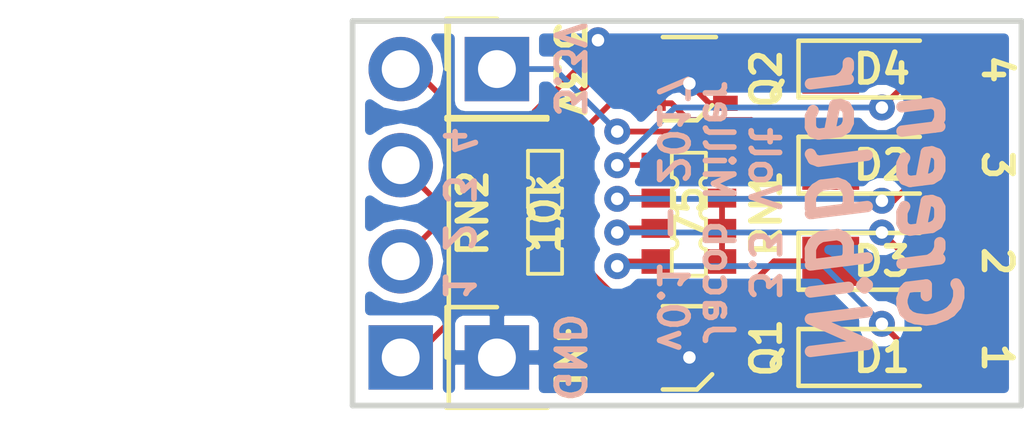
<source format=kicad_pcb>
(kicad_pcb (version 4) (host pcbnew 4.0.6)

  (general
    (links 24)
    (no_connects 0)
    (area 137.989599 100.6726 165.175001 112.975401)
    (thickness 1.6002)
    (drawings 18)
    (tracks 111)
    (zones 0)
    (modules 11)
    (nets 19)
  )

  (page A4)
  (layers
    (0 F.Cu signal)
    (31 B.Cu signal)
    (33 F.Adhes user)
    (34 B.Paste user)
    (35 F.Paste user)
    (36 B.SilkS user)
    (37 F.SilkS user)
    (38 B.Mask user)
    (39 F.Mask user)
    (40 Dwgs.User user)
    (41 Cmts.User user)
    (42 Eco1.User user)
    (43 Eco2.User user)
    (44 Edge.Cuts user)
    (45 Margin user)
    (47 F.CrtYd user)
    (49 F.Fab user)
  )

  (setup
    (last_trace_width 0.1524)
    (trace_clearance 0.1524)
    (zone_clearance 0.254)
    (zone_45_only no)
    (trace_min 0.1524)
    (segment_width 0.2)
    (edge_width 0.15)
    (via_size 0.6858)
    (via_drill 0.3302)
    (via_min_size 0.6858)
    (via_min_drill 0.3302)
    (uvia_size 0.762)
    (uvia_drill 0.508)
    (uvias_allowed no)
    (uvia_min_size 0.2)
    (uvia_min_drill 0.1)
    (pcb_text_width 0.3)
    (pcb_text_size 1.5 1.5)
    (mod_edge_width 0.15)
    (mod_text_size 1 1)
    (mod_text_width 0.15)
    (pad_size 1.524 1.524)
    (pad_drill 0.762)
    (pad_to_mask_clearance 0.2)
    (aux_axis_origin 0 0)
    (grid_origin 148.717 110.998)
    (visible_elements 7FFFFFFF)
    (pcbplotparams
      (layerselection 0x00030_80000001)
      (usegerberextensions false)
      (excludeedgelayer true)
      (linewidth 0.150000)
      (plotframeref false)
      (viasonmask false)
      (mode 1)
      (useauxorigin false)
      (hpglpennumber 1)
      (hpglpenspeed 20)
      (hpglpendiameter 15)
      (hpglpenoverlay 2)
      (psnegative false)
      (psa4output false)
      (plotreference true)
      (plotvalue true)
      (plotinvisibletext false)
      (padsonsilk false)
      (subtractmaskfromsilk false)
      (outputformat 1)
      (mirror false)
      (drillshape 1)
      (scaleselection 1)
      (outputdirectory ""))
  )

  (net 0 "")
  (net 1 GNDREF)
  (net 2 /Q1D1)
  (net 3 /Q2D1)
  (net 4 /Q1D2)
  (net 5 /Q2D2)
  (net 6 /Q1G2)
  (net 7 /Q1G1)
  (net 8 /Q2G2)
  (net 9 /Q2G1)
  (net 10 /LED1)
  (net 11 /LED3)
  (net 12 /LED2)
  (net 13 /LED4)
  (net 14 /IN1)
  (net 15 /IN2)
  (net 16 /IN3)
  (net 17 /IN4)
  (net 18 "Net-(J2-Pad1)")

  (net_class Default "This is the default net class."
    (clearance 0.1524)
    (trace_width 0.1524)
    (via_dia 0.6858)
    (via_drill 0.3302)
    (uvia_dia 0.762)
    (uvia_drill 0.508)
    (add_net /IN1)
    (add_net /IN2)
    (add_net /IN3)
    (add_net /IN4)
    (add_net /LED1)
    (add_net /LED2)
    (add_net /LED3)
    (add_net /LED4)
    (add_net /Q1D1)
    (add_net /Q1D2)
    (add_net /Q1G1)
    (add_net /Q1G2)
    (add_net /Q2D1)
    (add_net /Q2D2)
    (add_net /Q2G1)
    (add_net /Q2G2)
    (add_net GNDREF)
    (add_net "Net-(J2-Pad1)")
  )

  (module Pin_Header_Angled_1x04_Pitch2.54mm (layer F.Cu) (tedit 597BEE75) (tstamp 59795891)
    (at 148.717 110.998 180)
    (descr "Through hole angled pin header, 1x04, 2.54mm pitch, 6mm pin length, single row")
    (tags "Through hole angled pin header THT 1x04 2.54mm single row")
    (path /59796FBF)
    (fp_text reference J1 (at 0 9.398 180) (layer F.SilkS) hide
      (effects (font (size 1 1) (thickness 0.15)))
    )
    (fp_text value CONN_01X04 (at 2 4 270) (layer F.Fab)
      (effects (font (size 1 1) (thickness 0.15)))
    )
    (fp_line (start -0.615 -1.27) (end 1.27 -1.27) (layer F.Fab) (width 0.1))
    (fp_line (start 1.27 -1.27) (end 1.27 8.89) (layer F.Fab) (width 0.1))
    (fp_line (start 1.27 8.89) (end -1.27 8.89) (layer F.Fab) (width 0.1))
    (fp_line (start -1.27 8.89) (end -1.27 -0.635) (layer F.Fab) (width 0.1))
    (fp_line (start -1.27 -0.635) (end -0.615 -1.27) (layer F.Fab) (width 0.1))
    (fp_line (start -0.32 -0.32) (end -0.32 0.32) (layer F.Fab) (width 0.1))
    (fp_line (start -0.32 2.22) (end -0.32 2.86) (layer F.Fab) (width 0.1))
    (fp_line (start -0.32 4.76) (end -0.32 5.4) (layer F.Fab) (width 0.1))
    (fp_line (start -0.32 7.3) (end -0.32 7.94) (layer F.Fab) (width 0.1))
    (fp_line (start -1.27 -1.2446) (end -1.27 8.89) (layer F.SilkS) (width 0.12))
    (fp_line (start -1.27 8.89) (end 1.27 8.89) (layer F.SilkS) (width 0.12))
    (fp_line (start 1.27 8.89) (end 1.27 -1.27) (layer F.SilkS) (width 0.12))
    (fp_line (start 1.27 -1.27) (end -1.27 -1.27) (layer F.SilkS) (width 0.12))
    (fp_line (start -1.8 -1.8) (end -1.8 9.4) (layer F.CrtYd) (width 0.05))
    (fp_line (start -1.8 9.4) (end 10.55 9.4) (layer F.CrtYd) (width 0.05))
    (fp_line (start 10.55 9.4) (end 10.55 -1.8) (layer F.CrtYd) (width 0.05))
    (fp_line (start 10.55 -1.8) (end -1.8 -1.8) (layer F.CrtYd) (width 0.05))
    (pad 1 thru_hole rect (at 0 0 180) (size 1.7 1.7) (drill 1) (layers *.Cu *.Mask)
      (net 14 /IN1))
    (pad 2 thru_hole oval (at 0 2.54 180) (size 1.7 1.7) (drill 1) (layers *.Cu *.Mask)
      (net 15 /IN2))
    (pad 3 thru_hole oval (at 0 5.08 180) (size 1.7 1.7) (drill 1) (layers *.Cu *.Mask)
      (net 16 /IN3))
    (pad 4 thru_hole oval (at 0 7.62 180) (size 1.7 1.7) (drill 1) (layers *.Cu *.Mask)
      (net 17 /IN4))
    (model ${KISYS3DMOD}/Pin_Headers.3dshapes/Pin_Header_Angled_1x04_Pitch2.54mm.wrl
      (at (xyz 0 0 0))
      (scale (xyz 1 1 1))
      (rotate (xyz 0 0 0))
    )
  )

  (module LEDs:LED_0805_HandSoldering (layer F.Cu) (tedit 595FCA25) (tstamp 597951F2)
    (at 161.417 110.998)
    (descr "Resistor SMD 0805, hand soldering")
    (tags "resistor 0805")
    (path /59794F60)
    (attr smd)
    (fp_text reference D1 (at 0 0) (layer F.SilkS)
      (effects (font (size 0.75 0.75) (thickness 0.15)))
    )
    (fp_text value Green (at 0 -0.127) (layer F.Fab)
      (effects (font (size 0.75 0.75) (thickness 0.15)))
    )
    (fp_line (start -0.4 -0.4) (end -0.4 0.4) (layer F.Fab) (width 0.1))
    (fp_line (start -0.4 0) (end 0.2 -0.4) (layer F.Fab) (width 0.1))
    (fp_line (start 0.2 0.4) (end -0.4 0) (layer F.Fab) (width 0.1))
    (fp_line (start 0.2 -0.4) (end 0.2 0.4) (layer F.Fab) (width 0.1))
    (fp_line (start -1 0.62) (end -1 -0.62) (layer F.Fab) (width 0.1))
    (fp_line (start 1 0.62) (end -1 0.62) (layer F.Fab) (width 0.1))
    (fp_line (start 1 -0.62) (end 1 0.62) (layer F.Fab) (width 0.1))
    (fp_line (start -1 -0.62) (end 1 -0.62) (layer F.Fab) (width 0.1))
    (fp_line (start 1 0.75) (end -2.2 0.75) (layer F.SilkS) (width 0.12))
    (fp_line (start -2.2 -0.75) (end 1 -0.75) (layer F.SilkS) (width 0.12))
    (fp_line (start -2.35 -0.9) (end 2.35 -0.9) (layer F.CrtYd) (width 0.05))
    (fp_line (start -2.35 -0.9) (end -2.35 0.9) (layer F.CrtYd) (width 0.05))
    (fp_line (start 2.35 0.9) (end 2.35 -0.9) (layer F.CrtYd) (width 0.05))
    (fp_line (start 2.35 0.9) (end -2.35 0.9) (layer F.CrtYd) (width 0.05))
    (fp_line (start -2.2 -0.75) (end -2.2 0.75) (layer F.SilkS) (width 0.12))
    (pad 1 smd rect (at -1.35 0) (size 1.5 1.3) (layers F.Cu F.Paste F.Mask)
      (net 2 /Q1D1))
    (pad 2 smd rect (at 1.35 0) (size 1.5 1.3) (layers F.Cu F.Paste F.Mask)
      (net 10 /LED1))
    (model ${KISYS3DMOD}/LEDs.3dshapes/LED_0805.wrl
      (at (xyz 0 0 0))
      (scale (xyz 1 1 1))
      (rotate (xyz 0 0 0))
    )
  )

  (module LEDs:LED_0805_HandSoldering (layer F.Cu) (tedit 595FCA25) (tstamp 597951F8)
    (at 161.417 105.918)
    (descr "Resistor SMD 0805, hand soldering")
    (tags "resistor 0805")
    (path /59794F6C)
    (attr smd)
    (fp_text reference D2 (at 0 0) (layer F.SilkS)
      (effects (font (size 0.75 0.75) (thickness 0.15)))
    )
    (fp_text value Green (at 0 0) (layer F.Fab)
      (effects (font (size 0.75 0.75) (thickness 0.15)))
    )
    (fp_line (start -0.4 -0.4) (end -0.4 0.4) (layer F.Fab) (width 0.1))
    (fp_line (start -0.4 0) (end 0.2 -0.4) (layer F.Fab) (width 0.1))
    (fp_line (start 0.2 0.4) (end -0.4 0) (layer F.Fab) (width 0.1))
    (fp_line (start 0.2 -0.4) (end 0.2 0.4) (layer F.Fab) (width 0.1))
    (fp_line (start -1 0.62) (end -1 -0.62) (layer F.Fab) (width 0.1))
    (fp_line (start 1 0.62) (end -1 0.62) (layer F.Fab) (width 0.1))
    (fp_line (start 1 -0.62) (end 1 0.62) (layer F.Fab) (width 0.1))
    (fp_line (start -1 -0.62) (end 1 -0.62) (layer F.Fab) (width 0.1))
    (fp_line (start 1 0.75) (end -2.2 0.75) (layer F.SilkS) (width 0.12))
    (fp_line (start -2.2 -0.75) (end 1 -0.75) (layer F.SilkS) (width 0.12))
    (fp_line (start -2.35 -0.9) (end 2.35 -0.9) (layer F.CrtYd) (width 0.05))
    (fp_line (start -2.35 -0.9) (end -2.35 0.9) (layer F.CrtYd) (width 0.05))
    (fp_line (start 2.35 0.9) (end 2.35 -0.9) (layer F.CrtYd) (width 0.05))
    (fp_line (start 2.35 0.9) (end -2.35 0.9) (layer F.CrtYd) (width 0.05))
    (fp_line (start -2.2 -0.75) (end -2.2 0.75) (layer F.SilkS) (width 0.12))
    (pad 1 smd rect (at -1.35 0) (size 1.5 1.3) (layers F.Cu F.Paste F.Mask)
      (net 3 /Q2D1))
    (pad 2 smd rect (at 1.35 0) (size 1.5 1.3) (layers F.Cu F.Paste F.Mask)
      (net 11 /LED3))
    (model ${KISYS3DMOD}/LEDs.3dshapes/LED_0805.wrl
      (at (xyz 0 0 0))
      (scale (xyz 1 1 1))
      (rotate (xyz 0 0 0))
    )
  )

  (module LEDs:LED_0805_HandSoldering (layer F.Cu) (tedit 595FCA25) (tstamp 597951FE)
    (at 161.417 108.458)
    (descr "Resistor SMD 0805, hand soldering")
    (tags "resistor 0805")
    (path /59794F62)
    (attr smd)
    (fp_text reference D3 (at 0 0) (layer F.SilkS)
      (effects (font (size 0.75 0.75) (thickness 0.15)))
    )
    (fp_text value Green (at 0 1.75) (layer F.Fab)
      (effects (font (size 0.75 0.75) (thickness 0.15)))
    )
    (fp_line (start -0.4 -0.4) (end -0.4 0.4) (layer F.Fab) (width 0.1))
    (fp_line (start -0.4 0) (end 0.2 -0.4) (layer F.Fab) (width 0.1))
    (fp_line (start 0.2 0.4) (end -0.4 0) (layer F.Fab) (width 0.1))
    (fp_line (start 0.2 -0.4) (end 0.2 0.4) (layer F.Fab) (width 0.1))
    (fp_line (start -1 0.62) (end -1 -0.62) (layer F.Fab) (width 0.1))
    (fp_line (start 1 0.62) (end -1 0.62) (layer F.Fab) (width 0.1))
    (fp_line (start 1 -0.62) (end 1 0.62) (layer F.Fab) (width 0.1))
    (fp_line (start -1 -0.62) (end 1 -0.62) (layer F.Fab) (width 0.1))
    (fp_line (start 1 0.75) (end -2.2 0.75) (layer F.SilkS) (width 0.12))
    (fp_line (start -2.2 -0.75) (end 1 -0.75) (layer F.SilkS) (width 0.12))
    (fp_line (start -2.35 -0.9) (end 2.35 -0.9) (layer F.CrtYd) (width 0.05))
    (fp_line (start -2.35 -0.9) (end -2.35 0.9) (layer F.CrtYd) (width 0.05))
    (fp_line (start 2.35 0.9) (end 2.35 -0.9) (layer F.CrtYd) (width 0.05))
    (fp_line (start 2.35 0.9) (end -2.35 0.9) (layer F.CrtYd) (width 0.05))
    (fp_line (start -2.2 -0.75) (end -2.2 0.75) (layer F.SilkS) (width 0.12))
    (pad 1 smd rect (at -1.35 0) (size 1.5 1.3) (layers F.Cu F.Paste F.Mask)
      (net 4 /Q1D2))
    (pad 2 smd rect (at 1.35 0) (size 1.5 1.3) (layers F.Cu F.Paste F.Mask)
      (net 12 /LED2))
    (model ${KISYS3DMOD}/LEDs.3dshapes/LED_0805.wrl
      (at (xyz 0 0 0))
      (scale (xyz 1 1 1))
      (rotate (xyz 0 0 0))
    )
  )

  (module LEDs:LED_0805_HandSoldering (layer F.Cu) (tedit 595FCA25) (tstamp 59795204)
    (at 161.417 103.378)
    (descr "Resistor SMD 0805, hand soldering")
    (tags "resistor 0805")
    (path /59794F6E)
    (attr smd)
    (fp_text reference D4 (at 0 0) (layer F.SilkS)
      (effects (font (size 0.75 0.75) (thickness 0.15)))
    )
    (fp_text value Green (at 0 0) (layer F.Fab)
      (effects (font (size 0.75 0.75) (thickness 0.15)))
    )
    (fp_line (start -0.4 -0.4) (end -0.4 0.4) (layer F.Fab) (width 0.1))
    (fp_line (start -0.4 0) (end 0.2 -0.4) (layer F.Fab) (width 0.1))
    (fp_line (start 0.2 0.4) (end -0.4 0) (layer F.Fab) (width 0.1))
    (fp_line (start 0.2 -0.4) (end 0.2 0.4) (layer F.Fab) (width 0.1))
    (fp_line (start -1 0.62) (end -1 -0.62) (layer F.Fab) (width 0.1))
    (fp_line (start 1 0.62) (end -1 0.62) (layer F.Fab) (width 0.1))
    (fp_line (start 1 -0.62) (end 1 0.62) (layer F.Fab) (width 0.1))
    (fp_line (start -1 -0.62) (end 1 -0.62) (layer F.Fab) (width 0.1))
    (fp_line (start 1 0.75) (end -2.2 0.75) (layer F.SilkS) (width 0.12))
    (fp_line (start -2.2 -0.75) (end 1 -0.75) (layer F.SilkS) (width 0.12))
    (fp_line (start -2.35 -0.9) (end 2.35 -0.9) (layer F.CrtYd) (width 0.05))
    (fp_line (start -2.35 -0.9) (end -2.35 0.9) (layer F.CrtYd) (width 0.05))
    (fp_line (start 2.35 0.9) (end 2.35 -0.9) (layer F.CrtYd) (width 0.05))
    (fp_line (start 2.35 0.9) (end -2.35 0.9) (layer F.CrtYd) (width 0.05))
    (fp_line (start -2.2 -0.75) (end -2.2 0.75) (layer F.SilkS) (width 0.12))
    (pad 1 smd rect (at -1.35 0) (size 1.5 1.3) (layers F.Cu F.Paste F.Mask)
      (net 5 /Q2D2))
    (pad 2 smd rect (at 1.35 0) (size 1.5 1.3) (layers F.Cu F.Paste F.Mask)
      (net 13 /LED4))
    (model ${KISYS3DMOD}/LEDs.3dshapes/LED_0805.wrl
      (at (xyz 0 0 0))
      (scale (xyz 1 1 1))
      (rotate (xyz 0 0 0))
    )
  )

  (module Project-Local:YC164-JR-0775RL (layer F.Cu) (tedit 597B1D2C) (tstamp 59795238)
    (at 156.323 107.188 180)
    (path /59794F72)
    (fp_text reference RN1 (at -2.046 0 450) (layer F.SilkS)
      (effects (font (size 0.75 0.75) (thickness 0.15)))
    )
    (fp_text value 75 (at 0 0 270) (layer F.SilkS)
      (effects (font (size 0.75 0.75) (thickness 0.15)))
    )
    (fp_arc (start -0.45 -0.8) (end -0.45 -0.95) (angle 180) (layer F.SilkS) (width 0.1))
    (fp_line (start -1.5 2) (end -1.5 -2) (layer F.CrtYd) (width 0.05))
    (fp_line (start 1.5 2) (end -1.5 2) (layer F.CrtYd) (width 0.05))
    (fp_line (start 1.5 -2) (end 1.5 2) (layer F.CrtYd) (width 0.05))
    (fp_line (start -1.5 -2) (end 1.5 -2) (layer F.CrtYd) (width 0.05))
    (fp_line (start 0.45 -1.65) (end 0.45 -0.95) (layer F.SilkS) (width 0.1))
    (fp_line (start -0.45 1.6) (end 0.45 1.6) (layer F.SilkS) (width 0.1))
    (fp_line (start -0.45 -1.65) (end 0.45 -1.65) (layer F.SilkS) (width 0.1))
    (fp_line (start -0.45 -1.65) (end -0.45 -0.95) (layer F.SilkS) (width 0.1))
    (fp_arc (start 0.45 -0.8) (end 0.45 -0.65) (angle 180) (layer F.SilkS) (width 0.1))
    (fp_line (start -0.45 -0.65) (end -0.45 -0.15) (layer F.SilkS) (width 0.1))
    (fp_arc (start -0.45 0) (end -0.45 -0.15) (angle 180) (layer F.SilkS) (width 0.1))
    (fp_line (start -0.45 0.15) (end -0.45 0.65) (layer F.SilkS) (width 0.1))
    (fp_arc (start -0.45 0.8) (end -0.45 0.65) (angle 180) (layer F.SilkS) (width 0.1))
    (fp_line (start -0.45 0.95) (end -0.45 1.6) (layer F.SilkS) (width 0.1))
    (fp_line (start 0.45 -0.65) (end 0.45 -0.15) (layer F.SilkS) (width 0.1))
    (fp_line (start 0.45 0.15) (end 0.45 0.65) (layer F.SilkS) (width 0.1))
    (fp_arc (start 0.45 0) (end 0.45 0.15) (angle 180) (layer F.SilkS) (width 0.1))
    (fp_line (start 0.45 0.95) (end 0.45 1.6) (layer F.SilkS) (width 0.1))
    (fp_arc (start 0.45 0.8) (end 0.45 0.95) (angle 180) (layer F.SilkS) (width 0.1))
    (pad 1 smd rect (at -0.875 -1.275 180) (size 0.75 0.65) (layers F.Cu F.Paste F.Mask)
      (net 18 "Net-(J2-Pad1)"))
    (pad 2 smd rect (at -0.875 -0.4 180) (size 0.75 0.5) (layers F.Cu F.Paste F.Mask)
      (net 18 "Net-(J2-Pad1)"))
    (pad 3 smd rect (at -0.875 0.4 180) (size 0.75 0.5) (layers F.Cu F.Paste F.Mask)
      (net 18 "Net-(J2-Pad1)"))
    (pad 4 smd rect (at -0.875 1.275 180) (size 0.75 0.65) (layers F.Cu F.Paste F.Mask)
      (net 18 "Net-(J2-Pad1)"))
    (pad 5 smd rect (at 0.875 1.275 180) (size 0.75 0.65) (layers F.Cu F.Paste F.Mask)
      (net 13 /LED4))
    (pad 6 smd rect (at 0.875 0.4 180) (size 0.75 0.5) (layers F.Cu F.Paste F.Mask)
      (net 11 /LED3))
    (pad 7 smd rect (at 0.875 -0.4 180) (size 0.75 0.5) (layers F.Cu F.Paste F.Mask)
      (net 12 /LED2))
    (pad 8 smd rect (at 0.875 -1.275 180) (size 0.75 0.65) (layers F.Cu F.Paste F.Mask)
      (net 10 /LED1))
    (model Resistors_SMD.3dshapes/R_Array_Convex_4x0603.wrl
      (at (xyz 0 0 0))
      (scale (xyz 1 1 1))
      (rotate (xyz 0 0 0))
    )
  )

  (module Project-Local:YC164-JR-0775RL (layer F.Cu) (tedit 597B1D20) (tstamp 59795258)
    (at 152.527 107.188)
    (path /59794F71)
    (fp_text reference RN2 (at -1.905 0 90) (layer F.SilkS)
      (effects (font (size 0.75 0.75) (thickness 0.15)))
    )
    (fp_text value 10k (at 0 0 90) (layer F.SilkS)
      (effects (font (size 0.75 0.75) (thickness 0.15)))
    )
    (fp_arc (start -0.45 -0.8) (end -0.45 -0.95) (angle 180) (layer F.SilkS) (width 0.1))
    (fp_line (start -1.5 2) (end -1.5 -2) (layer F.CrtYd) (width 0.05))
    (fp_line (start 1.5 2) (end -1.5 2) (layer F.CrtYd) (width 0.05))
    (fp_line (start 1.5 -2) (end 1.5 2) (layer F.CrtYd) (width 0.05))
    (fp_line (start -1.5 -2) (end 1.5 -2) (layer F.CrtYd) (width 0.05))
    (fp_line (start 0.45 -1.65) (end 0.45 -0.95) (layer F.SilkS) (width 0.1))
    (fp_line (start -0.45 1.6) (end 0.45 1.6) (layer F.SilkS) (width 0.1))
    (fp_line (start -0.45 -1.65) (end 0.45 -1.65) (layer F.SilkS) (width 0.1))
    (fp_line (start -0.45 -1.65) (end -0.45 -0.95) (layer F.SilkS) (width 0.1))
    (fp_arc (start 0.45 -0.8) (end 0.45 -0.65) (angle 180) (layer F.SilkS) (width 0.1))
    (fp_line (start -0.45 -0.65) (end -0.45 -0.15) (layer F.SilkS) (width 0.1))
    (fp_arc (start -0.45 0) (end -0.45 -0.15) (angle 180) (layer F.SilkS) (width 0.1))
    (fp_line (start -0.45 0.15) (end -0.45 0.65) (layer F.SilkS) (width 0.1))
    (fp_arc (start -0.45 0.8) (end -0.45 0.65) (angle 180) (layer F.SilkS) (width 0.1))
    (fp_line (start -0.45 0.95) (end -0.45 1.6) (layer F.SilkS) (width 0.1))
    (fp_line (start 0.45 -0.65) (end 0.45 -0.15) (layer F.SilkS) (width 0.1))
    (fp_line (start 0.45 0.15) (end 0.45 0.65) (layer F.SilkS) (width 0.1))
    (fp_arc (start 0.45 0) (end 0.45 0.15) (angle 180) (layer F.SilkS) (width 0.1))
    (fp_line (start 0.45 0.95) (end 0.45 1.6) (layer F.SilkS) (width 0.1))
    (fp_arc (start 0.45 0.8) (end 0.45 0.95) (angle 180) (layer F.SilkS) (width 0.1))
    (pad 1 smd rect (at -0.875 -1.275) (size 0.75 0.65) (layers F.Cu F.Paste F.Mask)
      (net 17 /IN4))
    (pad 2 smd rect (at -0.875 -0.4) (size 0.75 0.5) (layers F.Cu F.Paste F.Mask)
      (net 16 /IN3))
    (pad 3 smd rect (at -0.875 0.4) (size 0.75 0.5) (layers F.Cu F.Paste F.Mask)
      (net 15 /IN2))
    (pad 4 smd rect (at -0.875 1.275) (size 0.75 0.65) (layers F.Cu F.Paste F.Mask)
      (net 14 /IN1))
    (pad 5 smd rect (at 0.875 1.275) (size 0.75 0.65) (layers F.Cu F.Paste F.Mask)
      (net 7 /Q1G1))
    (pad 6 smd rect (at 0.875 0.4) (size 0.75 0.5) (layers F.Cu F.Paste F.Mask)
      (net 6 /Q1G2))
    (pad 7 smd rect (at 0.875 -0.4) (size 0.75 0.5) (layers F.Cu F.Paste F.Mask)
      (net 9 /Q2G1))
    (pad 8 smd rect (at 0.875 -1.275) (size 0.75 0.65) (layers F.Cu F.Paste F.Mask)
      (net 8 /Q2G2))
    (model Resistors_SMD.3dshapes/R_Array_Convex_4x0603.wrl
      (at (xyz 0 0 0))
      (scale (xyz 1 1 1))
      (rotate (xyz 0 0 0))
    )
  )

  (module Pin_Headers:Pin_Header_Straight_1x01_Pitch2.54mm (layer F.Cu) (tedit 597B1C85) (tstamp 5979DF3C)
    (at 151.257 103.378)
    (descr "Through hole straight pin header, 1x01, 2.54mm pitch, single row")
    (tags "Through hole pin header THT 1x01 2.54mm single row")
    (path /5979E071)
    (fp_text reference J2 (at 0 -1.778) (layer F.SilkS) hide
      (effects (font (size 1 1) (thickness 0.15)))
    )
    (fp_text value +3.3 (at 1.778 0 90) (layer F.Fab)
      (effects (font (size 0.75 0.75) (thickness 0.15)))
    )
    (fp_line (start -0.635 -1.27) (end 1.27 -1.27) (layer F.Fab) (width 0.1))
    (fp_line (start 1.27 -1.27) (end 1.27 1.27) (layer F.Fab) (width 0.1))
    (fp_line (start 1.27 1.27) (end -1.27 1.27) (layer F.Fab) (width 0.1))
    (fp_line (start -1.27 1.27) (end -1.27 -0.635) (layer F.Fab) (width 0.1))
    (fp_line (start -1.27 -0.635) (end -0.635 -1.27) (layer F.Fab) (width 0.1))
    (fp_line (start -1.33 1.33) (end 1.33 1.33) (layer F.SilkS) (width 0.12))
    (fp_line (start -1.33 1.27) (end -1.33 1.33) (layer F.SilkS) (width 0.12))
    (fp_line (start 1.33 1.27) (end 1.33 1.33) (layer F.SilkS) (width 0.12))
    (fp_line (start -1.33 1.27) (end 1.33 1.27) (layer F.SilkS) (width 0.12))
    (fp_line (start -1.33 0) (end -1.33 -1.33) (layer F.SilkS) (width 0.12))
    (fp_line (start -1.33 -1.33) (end 0 -1.33) (layer F.SilkS) (width 0.12))
    (fp_line (start -1.8 -1.8) (end -1.8 1.8) (layer F.CrtYd) (width 0.05))
    (fp_line (start -1.8 1.8) (end 1.8 1.8) (layer F.CrtYd) (width 0.05))
    (fp_line (start 1.8 1.8) (end 1.8 -1.8) (layer F.CrtYd) (width 0.05))
    (fp_line (start 1.8 -1.8) (end -1.8 -1.8) (layer F.CrtYd) (width 0.05))
    (fp_text user %R (at 0 0 90) (layer F.Fab)
      (effects (font (size 1 1) (thickness 0.15)))
    )
    (pad 1 thru_hole rect (at 0 0) (size 1.7 1.7) (drill 1) (layers *.Cu *.Mask)
      (net 18 "Net-(J2-Pad1)"))
    (model ${KISYS3DMOD}/Pin_Headers.3dshapes/Pin_Header_Straight_1x01_Pitch2.54mm.wrl
      (at (xyz 0 0 0))
      (scale (xyz 1 1 1))
      (rotate (xyz 0 0 0))
    )
  )

  (module Pin_Headers:Pin_Header_Straight_1x01_Pitch2.54mm (layer F.Cu) (tedit 597B1C89) (tstamp 5979DF41)
    (at 151.257 110.998)
    (descr "Through hole straight pin header, 1x01, 2.54mm pitch, single row")
    (tags "Through hole pin header THT 1x01 2.54mm single row")
    (path /5979E3DC)
    (fp_text reference J3 (at 0 -2.33) (layer F.SilkS) hide
      (effects (font (size 1 1) (thickness 0.15)))
    )
    (fp_text value GND (at 1.905 0 90) (layer F.Fab)
      (effects (font (size 0.75 0.75) (thickness 0.15)))
    )
    (fp_line (start -0.635 -1.27) (end 1.27 -1.27) (layer F.Fab) (width 0.1))
    (fp_line (start 1.27 -1.27) (end 1.27 1.27) (layer F.Fab) (width 0.1))
    (fp_line (start 1.27 1.27) (end -1.27 1.27) (layer F.Fab) (width 0.1))
    (fp_line (start -1.27 1.27) (end -1.27 -0.635) (layer F.Fab) (width 0.1))
    (fp_line (start -1.27 -0.635) (end -0.635 -1.27) (layer F.Fab) (width 0.1))
    (fp_line (start -1.33 1.33) (end 1.33 1.33) (layer F.SilkS) (width 0.12))
    (fp_line (start -1.33 1.27) (end -1.33 1.33) (layer F.SilkS) (width 0.12))
    (fp_line (start 1.33 1.27) (end 1.33 1.33) (layer F.SilkS) (width 0.12))
    (fp_line (start -1.33 1.27) (end 1.33 1.27) (layer F.SilkS) (width 0.12))
    (fp_line (start -1.33 0) (end -1.33 -1.33) (layer F.SilkS) (width 0.12))
    (fp_line (start -1.33 -1.33) (end 0 -1.33) (layer F.SilkS) (width 0.12))
    (fp_line (start -1.8 -1.8) (end -1.8 1.8) (layer F.CrtYd) (width 0.05))
    (fp_line (start -1.8 1.8) (end 1.8 1.8) (layer F.CrtYd) (width 0.05))
    (fp_line (start 1.8 1.8) (end 1.8 -1.8) (layer F.CrtYd) (width 0.05))
    (fp_line (start 1.8 -1.8) (end -1.8 -1.8) (layer F.CrtYd) (width 0.05))
    (fp_text user %R (at 0 0 90) (layer F.Fab)
      (effects (font (size 1 1) (thickness 0.15)))
    )
    (pad 1 thru_hole rect (at 0 0) (size 1.7 1.7) (drill 1) (layers *.Cu *.Mask)
      (net 1 GNDREF))
    (model ${KISYS3DMOD}/Pin_Headers.3dshapes/Pin_Header_Straight_1x01_Pitch2.54mm.wrl
      (at (xyz 0 0 0))
      (scale (xyz 1 1 1))
      (rotate (xyz 0 0 0))
    )
  )

  (module Project-Local:SOT-363_SC-70-6 (layer F.Cu) (tedit 597B1DB3) (tstamp 597BB6EF)
    (at 156.337 110.744 180)
    (descr "SOT-363, SC-70-6")
    (tags "SOT-363 SC-70-6")
    (path /59794F6B)
    (attr smd)
    (fp_text reference Q1 (at -2.032 0 270) (layer F.SilkS)
      (effects (font (size 0.75 0.75) (thickness 0.15)))
    )
    (fp_text value UM6K33N (at 0 0 180) (layer F.Fab)
      (effects (font (size 0.75 0.75) (thickness 0.15)))
    )
    (fp_line (start -0.2 -1.1) (end -0.6 -0.7) (layer F.SilkS) (width 0.12))
    (fp_text user %R (at -2.032 0 270) (layer F.Fab)
      (effects (font (size 0.75 0.75) (thickness 0.15)))
    )
    (fp_line (start 0.7 -1.1) (end -0.2 -1.1) (layer F.SilkS) (width 0.12))
    (fp_line (start -0.7 1.1) (end 0.7 1.1) (layer F.SilkS) (width 0.12))
    (fp_line (start 1.6 1.4) (end 1.6 -1.4) (layer F.CrtYd) (width 0.05))
    (fp_line (start -1.6 -1.4) (end -1.6 1.4) (layer F.CrtYd) (width 0.05))
    (fp_line (start -1.6 -1.4) (end 1.6 -1.4) (layer F.CrtYd) (width 0.05))
    (fp_line (start 0.675 -1.1) (end -0.175 -1.1) (layer F.Fab) (width 0.1))
    (fp_line (start -0.675 -0.6) (end -0.675 1.1) (layer F.Fab) (width 0.1))
    (fp_line (start -1.6 1.4) (end 1.6 1.4) (layer F.CrtYd) (width 0.05))
    (fp_line (start 0.675 -1.1) (end 0.675 1.1) (layer F.Fab) (width 0.1))
    (fp_line (start 0.675 1.1) (end -0.675 1.1) (layer F.Fab) (width 0.1))
    (fp_line (start -0.175 -1.1) (end -0.675 -0.6) (layer F.Fab) (width 0.1))
    (pad 1 smd rect (at -0.95 -0.65 180) (size 0.65 0.4) (layers F.Cu F.Paste F.Mask)
      (net 1 GNDREF))
    (pad 3 smd rect (at -0.95 0.65 180) (size 0.65 0.4) (layers F.Cu F.Paste F.Mask)
      (net 4 /Q1D2))
    (pad 5 smd rect (at 0.95 0 180) (size 0.65 0.4) (layers F.Cu F.Paste F.Mask)
      (net 6 /Q1G2))
    (pad 2 smd rect (at -0.95 0 180) (size 0.65 0.4) (layers F.Cu F.Paste F.Mask)
      (net 7 /Q1G1))
    (pad 4 smd rect (at 0.95 0.65 180) (size 0.65 0.4) (layers F.Cu F.Paste F.Mask)
      (net 1 GNDREF))
    (pad 6 smd rect (at 0.95 -0.65 180) (size 0.65 0.4) (layers F.Cu F.Paste F.Mask)
      (net 2 /Q1D1))
    (model ${KISYS3DMOD}/TO_SOT_Packages_SMD.3dshapes/SOT-363_SC-70-6.wrl
      (at (xyz 0 0 0))
      (scale (xyz 1 1 1))
      (rotate (xyz 0 0 0))
    )
  )

  (module Project-Local:SOT-363_SC-70-6 (layer F.Cu) (tedit 597B1DB3) (tstamp 597BB705)
    (at 156.337 103.632 180)
    (descr "SOT-363, SC-70-6")
    (tags "SOT-363 SC-70-6")
    (path /59794F70)
    (attr smd)
    (fp_text reference Q2 (at -2.032 0 270) (layer F.SilkS)
      (effects (font (size 0.75 0.75) (thickness 0.15)))
    )
    (fp_text value UM6K33N (at 0 0 180) (layer F.Fab)
      (effects (font (size 0.75 0.75) (thickness 0.15)))
    )
    (fp_line (start -0.2 -1.1) (end -0.6 -0.7) (layer F.SilkS) (width 0.12))
    (fp_text user %R (at -2.032 0 270) (layer F.Fab)
      (effects (font (size 0.75 0.75) (thickness 0.15)))
    )
    (fp_line (start 0.7 -1.1) (end -0.2 -1.1) (layer F.SilkS) (width 0.12))
    (fp_line (start -0.7 1.1) (end 0.7 1.1) (layer F.SilkS) (width 0.12))
    (fp_line (start 1.6 1.4) (end 1.6 -1.4) (layer F.CrtYd) (width 0.05))
    (fp_line (start -1.6 -1.4) (end -1.6 1.4) (layer F.CrtYd) (width 0.05))
    (fp_line (start -1.6 -1.4) (end 1.6 -1.4) (layer F.CrtYd) (width 0.05))
    (fp_line (start 0.675 -1.1) (end -0.175 -1.1) (layer F.Fab) (width 0.1))
    (fp_line (start -0.675 -0.6) (end -0.675 1.1) (layer F.Fab) (width 0.1))
    (fp_line (start -1.6 1.4) (end 1.6 1.4) (layer F.CrtYd) (width 0.05))
    (fp_line (start 0.675 -1.1) (end 0.675 1.1) (layer F.Fab) (width 0.1))
    (fp_line (start 0.675 1.1) (end -0.675 1.1) (layer F.Fab) (width 0.1))
    (fp_line (start -0.175 -1.1) (end -0.675 -0.6) (layer F.Fab) (width 0.1))
    (pad 1 smd rect (at -0.95 -0.65 180) (size 0.65 0.4) (layers F.Cu F.Paste F.Mask)
      (net 1 GNDREF))
    (pad 3 smd rect (at -0.95 0.65 180) (size 0.65 0.4) (layers F.Cu F.Paste F.Mask)
      (net 5 /Q2D2))
    (pad 5 smd rect (at 0.95 0 180) (size 0.65 0.4) (layers F.Cu F.Paste F.Mask)
      (net 8 /Q2G2))
    (pad 2 smd rect (at -0.95 0 180) (size 0.65 0.4) (layers F.Cu F.Paste F.Mask)
      (net 9 /Q2G1))
    (pad 4 smd rect (at 0.95 0.65 180) (size 0.65 0.4) (layers F.Cu F.Paste F.Mask)
      (net 1 GNDREF))
    (pad 6 smd rect (at 0.95 -0.65 180) (size 0.65 0.4) (layers F.Cu F.Paste F.Mask)
      (net 3 /Q2D1))
    (model ${KISYS3DMOD}/TO_SOT_Packages_SMD.3dshapes/SOT-363_SC-70-6.wrl
      (at (xyz 0 0 0))
      (scale (xyz 1 1 1))
      (rotate (xyz 0 0 0))
    )
  )

  (gr_text "3.3 Volt\nJacob Miller\nv0.1 - 2017" (at 157.099 107.188 270) (layer B.SilkS) (tstamp 597BF6BB)
    (effects (font (size 0.75 0.75) (thickness 0.15)) (justify mirror))
  )
  (gr_text "Green\nNibbler" (at 161.417 107.188 270) (layer B.SilkS)
    (effects (font (size 1.5 1.5) (thickness 0.3) italic) (justify mirror))
  )
  (gr_text GND (at 153.162 110.998 270) (layer B.SilkS) (tstamp 597BF6B0)
    (effects (font (size 0.75 0.75) (thickness 0.15)) (justify mirror))
  )
  (gr_text 3.3V (at 153.162 103.378 270) (layer B.SilkS) (tstamp 597BF6AE)
    (effects (font (size 0.75 0.75) (thickness 0.15)) (justify mirror))
  )
  (gr_text 4 (at 150.241 105.283 270) (layer B.SilkS) (tstamp 597BF69E)
    (effects (font (size 0.75 0.75) (thickness 0.15)) (justify mirror))
  )
  (gr_text 3 (at 150.241 106.553 270) (layer B.SilkS) (tstamp 597BF69D)
    (effects (font (size 0.75 0.75) (thickness 0.15)) (justify mirror))
  )
  (gr_text 2 (at 150.241 107.823 270) (layer B.SilkS) (tstamp 597BF69C)
    (effects (font (size 0.75 0.75) (thickness 0.15)) (justify mirror))
  )
  (gr_text 1 (at 150.241 109.093 270) (layer B.SilkS) (tstamp 597BF69B)
    (effects (font (size 0.75 0.75) (thickness 0.15)) (justify mirror))
  )
  (gr_text GND (at 153.162 110.998 270) (layer F.SilkS) (tstamp 597B1CB4)
    (effects (font (size 0.75 0.75) (thickness 0.15)))
  )
  (gr_text 3.3V (at 153.162 103.378 270) (layer F.SilkS) (tstamp 597B1CAF)
    (effects (font (size 0.75 0.75) (thickness 0.15)))
  )
  (gr_text 4 (at 164.465 103.378 270) (layer F.SilkS) (tstamp 5979E22B)
    (effects (font (size 0.75 0.75) (thickness 0.15)))
  )
  (gr_text 3 (at 164.465 105.918 270) (layer F.SilkS) (tstamp 5979E22A)
    (effects (font (size 0.75 0.75) (thickness 0.15)))
  )
  (gr_text 2 (at 164.465 108.458 270) (layer F.SilkS) (tstamp 5979E229)
    (effects (font (size 0.75 0.75) (thickness 0.15)))
  )
  (gr_text 1 (at 164.465 110.998 270) (layer F.SilkS)
    (effects (font (size 0.75 0.75) (thickness 0.15)))
  )
  (gr_line (start 147.447 102.108) (end 165.1 102.108) (layer Edge.Cuts) (width 0.15))
  (gr_line (start 147.447 112.268) (end 147.447 102.108) (layer Edge.Cuts) (width 0.15))
  (gr_line (start 165.1 112.268) (end 147.447 112.268) (layer Edge.Cuts) (width 0.15))
  (gr_line (start 165.1 102.108) (end 165.1 112.268) (layer Edge.Cuts) (width 0.15))

  (segment (start 152.255601 108.996999) (end 151.257 109.9956) (width 0.1524) (layer F.Cu) (net 1))
  (segment (start 151.257 109.9956) (end 151.257 110.998) (width 0.1524) (layer F.Cu) (net 1))
  (segment (start 153.924 102.616) (end 153.581101 102.958899) (width 0.1524) (layer F.Cu) (net 1))
  (segment (start 153.581101 102.958899) (end 153.581101 103.165381) (width 0.1524) (layer F.Cu) (net 1))
  (segment (start 153.581101 103.165381) (end 152.255601 104.490881) (width 0.1524) (layer F.Cu) (net 1))
  (segment (start 152.255601 104.490881) (end 152.255601 108.996999) (width 0.1524) (layer F.Cu) (net 1))
  (segment (start 156.337 103.759) (end 155.067 103.759) (width 0.1524) (layer B.Cu) (net 1))
  (segment (start 155.067 103.759) (end 153.924 102.616) (width 0.1524) (layer B.Cu) (net 1))
  (via (at 153.924 102.616) (size 0.6858) (drill 0.3302) (layers F.Cu B.Cu) (net 1))
  (segment (start 156.337 103.759) (end 155.994101 103.416101) (width 0.1524) (layer F.Cu) (net 1))
  (segment (start 155.994101 103.416101) (end 155.994101 103.111701) (width 0.1524) (layer F.Cu) (net 1))
  (segment (start 155.994101 103.111701) (end 155.8644 102.982) (width 0.1524) (layer F.Cu) (net 1))
  (segment (start 155.8644 102.982) (end 155.387 102.982) (width 0.1524) (layer F.Cu) (net 1))
  (segment (start 157.287 104.282) (end 156.86 104.282) (width 0.1524) (layer F.Cu) (net 1))
  (segment (start 156.86 104.282) (end 156.337 103.759) (width 0.1524) (layer F.Cu) (net 1))
  (via (at 156.337 103.759) (size 0.6858) (drill 0.3302) (layers F.Cu B.Cu) (net 1))
  (segment (start 156.337 110.998) (end 156.733 111.394) (width 0.1524) (layer F.Cu) (net 1))
  (segment (start 156.733 111.394) (end 157.287 111.394) (width 0.1524) (layer F.Cu) (net 1))
  (via (at 156.337 110.998) (size 0.6858) (drill 0.3302) (layers F.Cu B.Cu) (net 1))
  (segment (start 155.387 110.094) (end 155.8644 110.094) (width 0.1524) (layer F.Cu) (net 1))
  (segment (start 155.8644 110.094) (end 156.337 110.5666) (width 0.1524) (layer F.Cu) (net 1))
  (segment (start 156.337 110.5666) (end 156.337 110.998) (width 0.1524) (layer F.Cu) (net 1))
  (segment (start 155.387 111.394) (end 155.512 111.394) (width 0.1524) (layer F.Cu) (net 2))
  (segment (start 155.512 111.394) (end 155.940601 111.822601) (width 0.1524) (layer F.Cu) (net 2))
  (segment (start 155.940601 111.822601) (end 158.339999 111.822601) (width 0.1524) (layer F.Cu) (net 2))
  (segment (start 159.1646 110.998) (end 160.067 110.998) (width 0.1524) (layer F.Cu) (net 2))
  (segment (start 158.339999 111.822601) (end 159.1646 110.998) (width 0.1524) (layer F.Cu) (net 2))
  (segment (start 156.306589 104.724189) (end 157.970789 104.724189) (width 0.1524) (layer F.Cu) (net 3))
  (segment (start 155.8644 104.282) (end 156.306589 104.724189) (width 0.1524) (layer F.Cu) (net 3))
  (segment (start 155.387 104.282) (end 155.8644 104.282) (width 0.1524) (layer F.Cu) (net 3))
  (segment (start 159.1646 105.918) (end 160.067 105.918) (width 0.1524) (layer F.Cu) (net 3))
  (segment (start 157.970789 104.724189) (end 159.1646 105.918) (width 0.1524) (layer F.Cu) (net 3))
  (segment (start 157.287 110.094) (end 157.287 109.7416) (width 0.1524) (layer F.Cu) (net 4))
  (segment (start 157.287 109.7416) (end 158.5706 108.458) (width 0.1524) (layer F.Cu) (net 4))
  (segment (start 158.5706 108.458) (end 159.1646 108.458) (width 0.1524) (layer F.Cu) (net 4))
  (segment (start 159.1646 108.458) (end 160.067 108.458) (width 0.1524) (layer F.Cu) (net 4))
  (segment (start 157.287 102.982) (end 159.671 102.982) (width 0.1524) (layer F.Cu) (net 5))
  (segment (start 159.671 102.982) (end 160.067 103.378) (width 0.1524) (layer F.Cu) (net 5))
  (segment (start 153.402 107.588) (end 152.8746 107.588) (width 0.1524) (layer F.Cu) (net 6))
  (segment (start 152.8746 107.588) (end 152.798399 107.664201) (width 0.1524) (layer F.Cu) (net 6))
  (segment (start 152.798399 107.664201) (end 152.798399 108.970881) (width 0.1524) (layer F.Cu) (net 6))
  (segment (start 152.798399 108.970881) (end 154.571518 110.744) (width 0.1524) (layer F.Cu) (net 6))
  (segment (start 154.571518 110.744) (end 154.9096 110.744) (width 0.1524) (layer F.Cu) (net 6))
  (segment (start 154.9096 110.744) (end 155.387 110.744) (width 0.1524) (layer F.Cu) (net 6))
  (segment (start 153.402 108.463) (end 153.452 108.463) (width 0.1524) (layer F.Cu) (net 7))
  (segment (start 153.452 108.463) (end 154.654399 109.665399) (width 0.1524) (layer F.Cu) (net 7))
  (segment (start 154.654399 109.665399) (end 155.921917 109.665399) (width 0.1524) (layer F.Cu) (net 7))
  (segment (start 155.921917 109.665399) (end 157.000518 110.744) (width 0.1524) (layer F.Cu) (net 7))
  (segment (start 157.000518 110.744) (end 157.287 110.744) (width 0.1524) (layer F.Cu) (net 7))
  (segment (start 153.402 105.913) (end 153.402 105.1396) (width 0.1524) (layer F.Cu) (net 8))
  (segment (start 153.402 105.1396) (end 154.9096 103.632) (width 0.1524) (layer F.Cu) (net 8))
  (segment (start 154.9096 103.632) (end 155.387 103.632) (width 0.1524) (layer F.Cu) (net 8))
  (segment (start 157.055824 103.632) (end 157.287 103.632) (width 0.1524) (layer F.Cu) (net 9))
  (segment (start 155.977223 102.553399) (end 157.055824 103.632) (width 0.1524) (layer F.Cu) (net 9))
  (segment (start 152.798399 104.634119) (end 154.879119 102.553399) (width 0.1524) (layer F.Cu) (net 9))
  (segment (start 152.798399 106.711799) (end 152.798399 104.634119) (width 0.1524) (layer F.Cu) (net 9))
  (segment (start 152.8746 106.788) (end 152.798399 106.711799) (width 0.1524) (layer F.Cu) (net 9))
  (segment (start 153.402 106.788) (end 152.8746 106.788) (width 0.1524) (layer F.Cu) (net 9))
  (segment (start 154.879119 102.553399) (end 155.977223 102.553399) (width 0.1524) (layer F.Cu) (net 9))
  (segment (start 161.417 110.109) (end 162.306 110.998) (width 0.1524) (layer F.Cu) (net 10))
  (segment (start 162.306 110.998) (end 162.767 110.998) (width 0.1524) (layer F.Cu) (net 10))
  (segment (start 154.432 108.585) (end 159.893 108.585) (width 0.1524) (layer B.Cu) (net 10))
  (segment (start 159.893 108.585) (end 161.417 110.109) (width 0.1524) (layer B.Cu) (net 10))
  (via (at 161.417 110.109) (size 0.6858) (drill 0.3302) (layers F.Cu B.Cu) (net 10))
  (segment (start 155.448 108.463) (end 154.554 108.463) (width 0.1524) (layer F.Cu) (net 10))
  (segment (start 154.554 108.463) (end 154.432 108.585) (width 0.1524) (layer F.Cu) (net 10))
  (via (at 154.432 108.585) (size 0.6858) (drill 0.3302) (layers F.Cu B.Cu) (net 10))
  (segment (start 161.727213 106.857787) (end 161.417 106.857787) (width 0.1524) (layer F.Cu) (net 11))
  (segment (start 162.667 105.918) (end 161.727213 106.857787) (width 0.1524) (layer F.Cu) (net 11))
  (segment (start 162.767 105.918) (end 162.667 105.918) (width 0.1524) (layer F.Cu) (net 11))
  (segment (start 154.432 106.807) (end 161.366213 106.807) (width 0.1524) (layer B.Cu) (net 11))
  (segment (start 161.366213 106.807) (end 161.417 106.857787) (width 0.1524) (layer B.Cu) (net 11))
  (via (at 161.417 106.857787) (size 0.6858) (drill 0.3302) (layers F.Cu B.Cu) (net 11))
  (segment (start 155.448 106.788) (end 154.451 106.788) (width 0.1524) (layer F.Cu) (net 11))
  (via (at 154.432 106.807) (size 0.6858) (drill 0.3302) (layers F.Cu B.Cu) (net 11))
  (segment (start 154.451 106.788) (end 154.432 106.807) (width 0.1524) (layer F.Cu) (net 11))
  (segment (start 161.417 107.696) (end 162.179 108.458) (width 0.1524) (layer F.Cu) (net 12))
  (segment (start 162.179 108.458) (end 162.767 108.458) (width 0.1524) (layer F.Cu) (net 12))
  (segment (start 154.432 107.696) (end 161.417 107.696) (width 0.1524) (layer B.Cu) (net 12))
  (via (at 161.417 107.696) (size 0.6858) (drill 0.3302) (layers F.Cu B.Cu) (net 12))
  (segment (start 155.448 107.588) (end 154.54 107.588) (width 0.1524) (layer F.Cu) (net 12))
  (segment (start 154.54 107.588) (end 154.432 107.696) (width 0.1524) (layer F.Cu) (net 12))
  (via (at 154.432 107.696) (size 0.6858) (drill 0.3302) (layers F.Cu B.Cu) (net 12))
  (segment (start 154.432 105.918) (end 155.956 104.394) (width 0.1524) (layer B.Cu) (net 13))
  (segment (start 155.956 104.394) (end 161.417 104.394) (width 0.1524) (layer B.Cu) (net 13))
  (segment (start 161.417 104.394) (end 162.433 103.378) (width 0.1524) (layer F.Cu) (net 13))
  (segment (start 162.433 103.378) (end 162.767 103.378) (width 0.1524) (layer F.Cu) (net 13))
  (segment (start 161.353501 104.330501) (end 161.417 104.394) (width 0.1524) (layer B.Cu) (net 13))
  (via (at 161.417 104.394) (size 0.6858) (drill 0.3302) (layers F.Cu B.Cu) (net 13))
  (segment (start 155.448 105.913) (end 154.437 105.913) (width 0.1524) (layer F.Cu) (net 13))
  (segment (start 154.437 105.913) (end 154.432 105.918) (width 0.1524) (layer F.Cu) (net 13))
  (via (at 154.432 105.918) (size 0.6858) (drill 0.3302) (layers F.Cu B.Cu) (net 13))
  (segment (start 151.652 108.463) (end 151.602 108.463) (width 0.1524) (layer F.Cu) (net 14))
  (segment (start 151.602 108.463) (end 149.067 110.998) (width 0.1524) (layer F.Cu) (net 14))
  (segment (start 149.067 110.998) (end 148.717 110.998) (width 0.1524) (layer F.Cu) (net 14))
  (segment (start 151.652 107.588) (end 149.587 107.588) (width 0.1524) (layer F.Cu) (net 15))
  (segment (start 149.587 107.588) (end 148.717 108.458) (width 0.1524) (layer F.Cu) (net 15))
  (segment (start 151.652 106.788) (end 149.587 106.788) (width 0.1524) (layer F.Cu) (net 16))
  (segment (start 149.587 106.788) (end 148.717 105.918) (width 0.1524) (layer F.Cu) (net 16))
  (segment (start 151.652 105.913) (end 151.602 105.913) (width 0.1524) (layer F.Cu) (net 17))
  (segment (start 151.602 105.913) (end 149.067 103.378) (width 0.1524) (layer F.Cu) (net 17))
  (segment (start 149.067 103.378) (end 148.717 103.378) (width 0.1524) (layer F.Cu) (net 17))
  (segment (start 151.257 103.378) (end 152.781 103.378) (width 0.1524) (layer B.Cu) (net 18))
  (segment (start 152.781 103.378) (end 154.432 105.029) (width 0.1524) (layer B.Cu) (net 18))
  (segment (start 157.198 107.588) (end 157.198 108.463) (width 0.1524) (layer F.Cu) (net 18))
  (segment (start 157.198 106.788) (end 157.198 107.588) (width 0.1524) (layer F.Cu) (net 18))
  (segment (start 157.198 105.913) (end 157.198 106.788) (width 0.1524) (layer F.Cu) (net 18))
  (segment (start 154.432 105.029) (end 156.7914 105.029) (width 0.1524) (layer F.Cu) (net 18))
  (segment (start 156.7914 105.029) (end 157.198 105.4356) (width 0.1524) (layer F.Cu) (net 18))
  (segment (start 157.198 105.4356) (end 157.198 105.913) (width 0.1524) (layer F.Cu) (net 18))
  (via (at 154.432 105.029) (size 0.6858) (drill 0.3302) (layers F.Cu B.Cu) (net 18))

  (zone (net 1) (net_name GNDREF) (layer B.Cu) (tstamp 0) (hatch edge 0.508)
    (connect_pads (clearance 0.254))
    (min_thickness 0.254)
    (fill yes (arc_segments 16) (thermal_gap 0.254) (thermal_bridge_width 0.381))
    (polygon
      (pts
        (xy 165.1 102.108) (xy 147.447 102.108) (xy 147.447 112.268) (xy 165.1 112.268)
      )
    )
    (filled_polygon
      (pts
        (xy 150.018536 104.228) (xy 150.045103 104.36919) (xy 150.128546 104.498865) (xy 150.255866 104.585859) (xy 150.407 104.616464)
        (xy 152.107 104.616464) (xy 152.24819 104.589897) (xy 152.377865 104.506454) (xy 152.464859 104.379134) (xy 152.495464 104.228)
        (xy 152.495464 103.8352) (xy 152.591622 103.8352) (xy 153.708167 104.951746) (xy 153.707975 105.172361) (xy 153.81795 105.438521)
        (xy 153.85275 105.473382) (xy 153.818665 105.507408) (xy 153.708226 105.773376) (xy 153.707975 106.061361) (xy 153.81795 106.327521)
        (xy 153.85275 106.362382) (xy 153.818665 106.396408) (xy 153.708226 106.662376) (xy 153.707975 106.950361) (xy 153.81795 107.216521)
        (xy 153.85275 107.251382) (xy 153.818665 107.285408) (xy 153.708226 107.551376) (xy 153.707975 107.839361) (xy 153.81795 108.105521)
        (xy 153.85275 108.140382) (xy 153.818665 108.174408) (xy 153.708226 108.440376) (xy 153.707975 108.728361) (xy 153.81795 108.994521)
        (xy 154.021408 109.198335) (xy 154.287376 109.308774) (xy 154.575361 109.309025) (xy 154.841521 109.19905) (xy 154.998645 109.0422)
        (xy 159.703622 109.0422) (xy 160.693167 110.031746) (xy 160.692975 110.252361) (xy 160.80295 110.518521) (xy 161.006408 110.722335)
        (xy 161.272376 110.832774) (xy 161.560361 110.833025) (xy 161.826521 110.72305) (xy 162.030335 110.519592) (xy 162.140774 110.253624)
        (xy 162.141025 109.965639) (xy 162.03105 109.699479) (xy 161.827592 109.495665) (xy 161.561624 109.385226) (xy 161.339611 109.385032)
        (xy 160.216289 108.261711) (xy 160.067963 108.162602) (xy 160.020696 108.1532) (xy 160.850546 108.1532) (xy 161.006408 108.309335)
        (xy 161.272376 108.419774) (xy 161.560361 108.420025) (xy 161.826521 108.31005) (xy 162.030335 108.106592) (xy 162.140774 107.840624)
        (xy 162.141025 107.552639) (xy 162.03105 107.286479) (xy 162.021643 107.277056) (xy 162.030335 107.268379) (xy 162.140774 107.002411)
        (xy 162.141025 106.714426) (xy 162.03105 106.448266) (xy 161.827592 106.244452) (xy 161.561624 106.134013) (xy 161.273639 106.133762)
        (xy 161.007479 106.243737) (xy 160.90123 106.3498) (xy 155.02409 106.3498) (xy 155.045335 106.328592) (xy 155.155774 106.062624)
        (xy 155.155968 105.84061) (xy 156.208877 104.787701) (xy 160.796413 104.787701) (xy 160.80295 104.803521) (xy 161.006408 105.007335)
        (xy 161.272376 105.117774) (xy 161.560361 105.118025) (xy 161.826521 105.00805) (xy 162.030335 104.804592) (xy 162.140774 104.538624)
        (xy 162.141025 104.250639) (xy 162.03105 103.984479) (xy 161.827592 103.780665) (xy 161.561624 103.670226) (xy 161.273639 103.669975)
        (xy 161.007479 103.77995) (xy 160.913965 103.873301) (xy 156.019499 103.873301) (xy 155.844536 103.908103) (xy 155.69621 104.007212)
        (xy 155.057129 104.646293) (xy 155.04605 104.619479) (xy 154.842592 104.415665) (xy 154.576624 104.305226) (xy 154.354611 104.305032)
        (xy 153.104289 103.054711) (xy 152.955963 102.955602) (xy 152.781 102.9208) (xy 152.495464 102.9208) (xy 152.495464 102.564)
        (xy 164.644 102.564) (xy 164.644 111.812) (xy 152.488 111.812) (xy 152.488 111.15675) (xy 152.39275 111.0615)
        (xy 151.3205 111.0615) (xy 151.3205 111.0815) (xy 151.1935 111.0815) (xy 151.1935 111.0615) (xy 150.12125 111.0615)
        (xy 150.026 111.15675) (xy 150.026 111.812) (xy 149.955464 111.812) (xy 149.955464 110.148) (xy 149.941204 110.072215)
        (xy 150.026 110.072215) (xy 150.026 110.83925) (xy 150.12125 110.9345) (xy 151.1935 110.9345) (xy 151.1935 109.86225)
        (xy 151.3205 109.86225) (xy 151.3205 110.9345) (xy 152.39275 110.9345) (xy 152.488 110.83925) (xy 152.488 110.072215)
        (xy 152.429996 109.932181) (xy 152.32282 109.825004) (xy 152.182786 109.767) (xy 151.41575 109.767) (xy 151.3205 109.86225)
        (xy 151.1935 109.86225) (xy 151.09825 109.767) (xy 150.331214 109.767) (xy 150.19118 109.825004) (xy 150.084004 109.932181)
        (xy 150.026 110.072215) (xy 149.941204 110.072215) (xy 149.928897 110.00681) (xy 149.845454 109.877135) (xy 149.718134 109.790141)
        (xy 149.567 109.759536) (xy 147.903 109.759536) (xy 147.903 109.38228) (xy 148.2218 109.595296) (xy 148.692883 109.689)
        (xy 148.741117 109.689) (xy 149.2122 109.595296) (xy 149.611565 109.328448) (xy 149.878413 108.929083) (xy 149.972117 108.458)
        (xy 149.878413 107.986917) (xy 149.611565 107.587552) (xy 149.2122 107.320704) (xy 148.741117 107.227) (xy 148.692883 107.227)
        (xy 148.2218 107.320704) (xy 147.903 107.53372) (xy 147.903 106.84228) (xy 148.2218 107.055296) (xy 148.692883 107.149)
        (xy 148.741117 107.149) (xy 149.2122 107.055296) (xy 149.611565 106.788448) (xy 149.878413 106.389083) (xy 149.972117 105.918)
        (xy 149.878413 105.446917) (xy 149.611565 105.047552) (xy 149.2122 104.780704) (xy 148.741117 104.687) (xy 148.692883 104.687)
        (xy 148.2218 104.780704) (xy 147.903 104.99372) (xy 147.903 104.30228) (xy 148.2218 104.515296) (xy 148.692883 104.609)
        (xy 148.741117 104.609) (xy 149.2122 104.515296) (xy 149.611565 104.248448) (xy 149.878413 103.849083) (xy 149.972117 103.378)
        (xy 149.878413 102.906917) (xy 149.649282 102.564) (xy 150.018536 102.564)
      )
    )
  )
)

</source>
